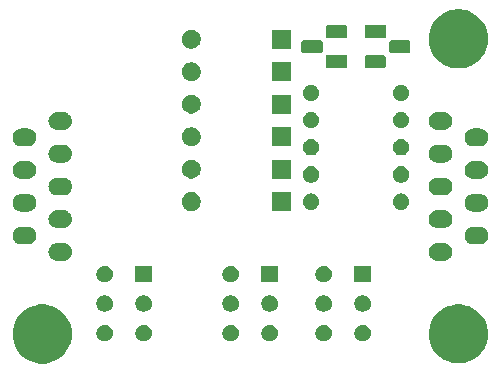
<source format=gts>
G04 #@! TF.GenerationSoftware,KiCad,Pcbnew,5.1.5-52549c5~86~ubuntu18.04.1*
G04 #@! TF.CreationDate,2020-05-03T19:03:43+02:00*
G04 #@! TF.ProjectId,OpenC64MegaDrivePadAdapter,4f70656e-4336-4344-9d65-676144726976,5*
G04 #@! TF.SameCoordinates,Original*
G04 #@! TF.FileFunction,Soldermask,Top*
G04 #@! TF.FilePolarity,Negative*
%FSLAX46Y46*%
G04 Gerber Fmt 4.6, Leading zero omitted, Abs format (unit mm)*
G04 Created by KiCad (PCBNEW 5.1.5-52549c5~86~ubuntu18.04.1) date 2020-05-03 19:03:43*
%MOMM*%
%LPD*%
G04 APERTURE LIST*
%ADD10C,0.100000*%
G04 APERTURE END LIST*
D10*
G36*
X144411849Y-113879419D02*
G01*
X144653407Y-113927468D01*
X144722728Y-113956182D01*
X145108491Y-114115970D01*
X145518058Y-114389634D01*
X145866366Y-114737942D01*
X146140030Y-115147509D01*
X146250452Y-115414091D01*
X146327936Y-115601153D01*
X146328532Y-115602594D01*
X146424630Y-116085708D01*
X146424630Y-116578292D01*
X146423579Y-116583574D01*
X146328819Y-117059966D01*
X146328532Y-117061406D01*
X146140030Y-117516491D01*
X145866366Y-117926058D01*
X145518058Y-118274366D01*
X145108491Y-118548030D01*
X144841909Y-118658452D01*
X144653407Y-118736532D01*
X144411849Y-118784581D01*
X144170292Y-118832630D01*
X143677708Y-118832630D01*
X143436151Y-118784581D01*
X143194593Y-118736532D01*
X143006091Y-118658452D01*
X142739509Y-118548030D01*
X142329942Y-118274366D01*
X141981634Y-117926058D01*
X141707970Y-117516491D01*
X141519468Y-117061406D01*
X141519182Y-117059966D01*
X141424421Y-116583574D01*
X141423370Y-116578292D01*
X141423370Y-116085708D01*
X141519468Y-115602594D01*
X141520065Y-115601153D01*
X141597548Y-115414091D01*
X141707970Y-115147509D01*
X141981634Y-114737942D01*
X142329942Y-114389634D01*
X142739509Y-114115970D01*
X143125272Y-113956182D01*
X143194593Y-113927468D01*
X143436151Y-113879419D01*
X143677708Y-113831370D01*
X144170292Y-113831370D01*
X144411849Y-113879419D01*
G37*
G36*
X179641849Y-113877979D02*
G01*
X179883407Y-113926028D01*
X180071909Y-114004108D01*
X180338491Y-114114530D01*
X180748058Y-114388194D01*
X181096366Y-114736502D01*
X181370030Y-115146069D01*
X181370626Y-115147509D01*
X181558532Y-115601153D01*
X181579840Y-115708274D01*
X181654630Y-116084268D01*
X181654630Y-116576852D01*
X181653293Y-116583573D01*
X181558532Y-117059967D01*
X181480452Y-117248469D01*
X181370030Y-117515051D01*
X181096366Y-117924618D01*
X180748058Y-118272926D01*
X180338491Y-118546590D01*
X180071909Y-118657012D01*
X179883407Y-118735092D01*
X179641849Y-118783141D01*
X179400292Y-118831190D01*
X178907708Y-118831190D01*
X178666151Y-118783141D01*
X178424593Y-118735092D01*
X178236091Y-118657012D01*
X177969509Y-118546590D01*
X177559942Y-118272926D01*
X177211634Y-117924618D01*
X176937970Y-117515051D01*
X176827548Y-117248469D01*
X176749468Y-117059967D01*
X176654707Y-116583573D01*
X176653370Y-116576852D01*
X176653370Y-116084268D01*
X176728160Y-115708274D01*
X176749468Y-115601153D01*
X176937374Y-115147509D01*
X176937970Y-115146069D01*
X177211634Y-114736502D01*
X177559942Y-114388194D01*
X177969509Y-114114530D01*
X178236091Y-114004108D01*
X178424593Y-113926028D01*
X178666151Y-113877979D01*
X178907708Y-113829930D01*
X179400292Y-113829930D01*
X179641849Y-113877979D01*
G37*
G36*
X171246182Y-115578900D02*
G01*
X171373573Y-115631667D01*
X171373574Y-115631668D01*
X171488224Y-115708274D01*
X171585726Y-115805776D01*
X171585727Y-115805778D01*
X171662333Y-115920427D01*
X171715100Y-116047818D01*
X171742000Y-116183055D01*
X171742000Y-116320945D01*
X171715100Y-116456182D01*
X171662333Y-116583573D01*
X171662332Y-116583574D01*
X171585726Y-116698224D01*
X171488224Y-116795726D01*
X171430510Y-116834289D01*
X171373573Y-116872333D01*
X171246182Y-116925100D01*
X171110945Y-116952000D01*
X170973055Y-116952000D01*
X170837818Y-116925100D01*
X170710427Y-116872333D01*
X170653490Y-116834289D01*
X170595776Y-116795726D01*
X170498274Y-116698224D01*
X170421668Y-116583574D01*
X170421667Y-116583573D01*
X170368900Y-116456182D01*
X170342000Y-116320945D01*
X170342000Y-116183055D01*
X170368900Y-116047818D01*
X170421667Y-115920427D01*
X170498273Y-115805778D01*
X170498274Y-115805776D01*
X170595776Y-115708274D01*
X170710426Y-115631668D01*
X170710427Y-115631667D01*
X170837818Y-115578900D01*
X170973055Y-115552000D01*
X171110945Y-115552000D01*
X171246182Y-115578900D01*
G37*
G36*
X167946182Y-115578900D02*
G01*
X168073573Y-115631667D01*
X168073574Y-115631668D01*
X168188224Y-115708274D01*
X168285726Y-115805776D01*
X168285727Y-115805778D01*
X168362333Y-115920427D01*
X168415100Y-116047818D01*
X168442000Y-116183055D01*
X168442000Y-116320945D01*
X168415100Y-116456182D01*
X168362333Y-116583573D01*
X168362332Y-116583574D01*
X168285726Y-116698224D01*
X168188224Y-116795726D01*
X168130510Y-116834289D01*
X168073573Y-116872333D01*
X167946182Y-116925100D01*
X167810945Y-116952000D01*
X167673055Y-116952000D01*
X167537818Y-116925100D01*
X167410427Y-116872333D01*
X167353490Y-116834289D01*
X167295776Y-116795726D01*
X167198274Y-116698224D01*
X167121668Y-116583574D01*
X167121667Y-116583573D01*
X167068900Y-116456182D01*
X167042000Y-116320945D01*
X167042000Y-116183055D01*
X167068900Y-116047818D01*
X167121667Y-115920427D01*
X167198273Y-115805778D01*
X167198274Y-115805776D01*
X167295776Y-115708274D01*
X167410426Y-115631668D01*
X167410427Y-115631667D01*
X167537818Y-115578900D01*
X167673055Y-115552000D01*
X167810945Y-115552000D01*
X167946182Y-115578900D01*
G37*
G36*
X149404182Y-115578900D02*
G01*
X149531573Y-115631667D01*
X149531574Y-115631668D01*
X149646224Y-115708274D01*
X149743726Y-115805776D01*
X149743727Y-115805778D01*
X149820333Y-115920427D01*
X149873100Y-116047818D01*
X149900000Y-116183055D01*
X149900000Y-116320945D01*
X149873100Y-116456182D01*
X149820333Y-116583573D01*
X149820332Y-116583574D01*
X149743726Y-116698224D01*
X149646224Y-116795726D01*
X149588510Y-116834289D01*
X149531573Y-116872333D01*
X149404182Y-116925100D01*
X149268945Y-116952000D01*
X149131055Y-116952000D01*
X148995818Y-116925100D01*
X148868427Y-116872333D01*
X148811490Y-116834289D01*
X148753776Y-116795726D01*
X148656274Y-116698224D01*
X148579668Y-116583574D01*
X148579667Y-116583573D01*
X148526900Y-116456182D01*
X148500000Y-116320945D01*
X148500000Y-116183055D01*
X148526900Y-116047818D01*
X148579667Y-115920427D01*
X148656273Y-115805778D01*
X148656274Y-115805776D01*
X148753776Y-115708274D01*
X148868426Y-115631668D01*
X148868427Y-115631667D01*
X148995818Y-115578900D01*
X149131055Y-115552000D01*
X149268945Y-115552000D01*
X149404182Y-115578900D01*
G37*
G36*
X152704182Y-115578900D02*
G01*
X152831573Y-115631667D01*
X152831574Y-115631668D01*
X152946224Y-115708274D01*
X153043726Y-115805776D01*
X153043727Y-115805778D01*
X153120333Y-115920427D01*
X153173100Y-116047818D01*
X153200000Y-116183055D01*
X153200000Y-116320945D01*
X153173100Y-116456182D01*
X153120333Y-116583573D01*
X153120332Y-116583574D01*
X153043726Y-116698224D01*
X152946224Y-116795726D01*
X152888510Y-116834289D01*
X152831573Y-116872333D01*
X152704182Y-116925100D01*
X152568945Y-116952000D01*
X152431055Y-116952000D01*
X152295818Y-116925100D01*
X152168427Y-116872333D01*
X152111490Y-116834289D01*
X152053776Y-116795726D01*
X151956274Y-116698224D01*
X151879668Y-116583574D01*
X151879667Y-116583573D01*
X151826900Y-116456182D01*
X151800000Y-116320945D01*
X151800000Y-116183055D01*
X151826900Y-116047818D01*
X151879667Y-115920427D01*
X151956273Y-115805778D01*
X151956274Y-115805776D01*
X152053776Y-115708274D01*
X152168426Y-115631668D01*
X152168427Y-115631667D01*
X152295818Y-115578900D01*
X152431055Y-115552000D01*
X152568945Y-115552000D01*
X152704182Y-115578900D01*
G37*
G36*
X163372182Y-115578900D02*
G01*
X163499573Y-115631667D01*
X163499574Y-115631668D01*
X163614224Y-115708274D01*
X163711726Y-115805776D01*
X163711727Y-115805778D01*
X163788333Y-115920427D01*
X163841100Y-116047818D01*
X163868000Y-116183055D01*
X163868000Y-116320945D01*
X163841100Y-116456182D01*
X163788333Y-116583573D01*
X163788332Y-116583574D01*
X163711726Y-116698224D01*
X163614224Y-116795726D01*
X163556510Y-116834289D01*
X163499573Y-116872333D01*
X163372182Y-116925100D01*
X163236945Y-116952000D01*
X163099055Y-116952000D01*
X162963818Y-116925100D01*
X162836427Y-116872333D01*
X162779490Y-116834289D01*
X162721776Y-116795726D01*
X162624274Y-116698224D01*
X162547668Y-116583574D01*
X162547667Y-116583573D01*
X162494900Y-116456182D01*
X162468000Y-116320945D01*
X162468000Y-116183055D01*
X162494900Y-116047818D01*
X162547667Y-115920427D01*
X162624273Y-115805778D01*
X162624274Y-115805776D01*
X162721776Y-115708274D01*
X162836426Y-115631668D01*
X162836427Y-115631667D01*
X162963818Y-115578900D01*
X163099055Y-115552000D01*
X163236945Y-115552000D01*
X163372182Y-115578900D01*
G37*
G36*
X160072182Y-115578900D02*
G01*
X160199573Y-115631667D01*
X160199574Y-115631668D01*
X160314224Y-115708274D01*
X160411726Y-115805776D01*
X160411727Y-115805778D01*
X160488333Y-115920427D01*
X160541100Y-116047818D01*
X160568000Y-116183055D01*
X160568000Y-116320945D01*
X160541100Y-116456182D01*
X160488333Y-116583573D01*
X160488332Y-116583574D01*
X160411726Y-116698224D01*
X160314224Y-116795726D01*
X160256510Y-116834289D01*
X160199573Y-116872333D01*
X160072182Y-116925100D01*
X159936945Y-116952000D01*
X159799055Y-116952000D01*
X159663818Y-116925100D01*
X159536427Y-116872333D01*
X159479490Y-116834289D01*
X159421776Y-116795726D01*
X159324274Y-116698224D01*
X159247668Y-116583574D01*
X159247667Y-116583573D01*
X159194900Y-116456182D01*
X159168000Y-116320945D01*
X159168000Y-116183055D01*
X159194900Y-116047818D01*
X159247667Y-115920427D01*
X159324273Y-115805778D01*
X159324274Y-115805776D01*
X159421776Y-115708274D01*
X159536426Y-115631668D01*
X159536427Y-115631667D01*
X159663818Y-115578900D01*
X159799055Y-115552000D01*
X159936945Y-115552000D01*
X160072182Y-115578900D01*
G37*
G36*
X149404182Y-113078900D02*
G01*
X149531573Y-113131667D01*
X149531574Y-113131668D01*
X149646224Y-113208274D01*
X149743726Y-113305776D01*
X149743727Y-113305778D01*
X149820333Y-113420427D01*
X149873100Y-113547818D01*
X149900000Y-113683055D01*
X149900000Y-113820945D01*
X149873100Y-113956182D01*
X149820333Y-114083573D01*
X149798686Y-114115970D01*
X149743726Y-114198224D01*
X149646224Y-114295726D01*
X149588510Y-114334289D01*
X149531573Y-114372333D01*
X149404182Y-114425100D01*
X149268945Y-114452000D01*
X149131055Y-114452000D01*
X148995818Y-114425100D01*
X148868427Y-114372333D01*
X148811490Y-114334289D01*
X148753776Y-114295726D01*
X148656274Y-114198224D01*
X148601314Y-114115970D01*
X148579667Y-114083573D01*
X148526900Y-113956182D01*
X148500000Y-113820945D01*
X148500000Y-113683055D01*
X148526900Y-113547818D01*
X148579667Y-113420427D01*
X148656273Y-113305778D01*
X148656274Y-113305776D01*
X148753776Y-113208274D01*
X148868426Y-113131668D01*
X148868427Y-113131667D01*
X148995818Y-113078900D01*
X149131055Y-113052000D01*
X149268945Y-113052000D01*
X149404182Y-113078900D01*
G37*
G36*
X163372182Y-113078900D02*
G01*
X163499573Y-113131667D01*
X163499574Y-113131668D01*
X163614224Y-113208274D01*
X163711726Y-113305776D01*
X163711727Y-113305778D01*
X163788333Y-113420427D01*
X163841100Y-113547818D01*
X163868000Y-113683055D01*
X163868000Y-113820945D01*
X163841100Y-113956182D01*
X163788333Y-114083573D01*
X163766686Y-114115970D01*
X163711726Y-114198224D01*
X163614224Y-114295726D01*
X163556510Y-114334289D01*
X163499573Y-114372333D01*
X163372182Y-114425100D01*
X163236945Y-114452000D01*
X163099055Y-114452000D01*
X162963818Y-114425100D01*
X162836427Y-114372333D01*
X162779490Y-114334289D01*
X162721776Y-114295726D01*
X162624274Y-114198224D01*
X162569314Y-114115970D01*
X162547667Y-114083573D01*
X162494900Y-113956182D01*
X162468000Y-113820945D01*
X162468000Y-113683055D01*
X162494900Y-113547818D01*
X162547667Y-113420427D01*
X162624273Y-113305778D01*
X162624274Y-113305776D01*
X162721776Y-113208274D01*
X162836426Y-113131668D01*
X162836427Y-113131667D01*
X162963818Y-113078900D01*
X163099055Y-113052000D01*
X163236945Y-113052000D01*
X163372182Y-113078900D01*
G37*
G36*
X171246182Y-113078900D02*
G01*
X171373573Y-113131667D01*
X171373574Y-113131668D01*
X171488224Y-113208274D01*
X171585726Y-113305776D01*
X171585727Y-113305778D01*
X171662333Y-113420427D01*
X171715100Y-113547818D01*
X171742000Y-113683055D01*
X171742000Y-113820945D01*
X171715100Y-113956182D01*
X171662333Y-114083573D01*
X171640686Y-114115970D01*
X171585726Y-114198224D01*
X171488224Y-114295726D01*
X171430510Y-114334289D01*
X171373573Y-114372333D01*
X171246182Y-114425100D01*
X171110945Y-114452000D01*
X170973055Y-114452000D01*
X170837818Y-114425100D01*
X170710427Y-114372333D01*
X170653490Y-114334289D01*
X170595776Y-114295726D01*
X170498274Y-114198224D01*
X170443314Y-114115970D01*
X170421667Y-114083573D01*
X170368900Y-113956182D01*
X170342000Y-113820945D01*
X170342000Y-113683055D01*
X170368900Y-113547818D01*
X170421667Y-113420427D01*
X170498273Y-113305778D01*
X170498274Y-113305776D01*
X170595776Y-113208274D01*
X170710426Y-113131668D01*
X170710427Y-113131667D01*
X170837818Y-113078900D01*
X170973055Y-113052000D01*
X171110945Y-113052000D01*
X171246182Y-113078900D01*
G37*
G36*
X167946182Y-113078900D02*
G01*
X168073573Y-113131667D01*
X168073574Y-113131668D01*
X168188224Y-113208274D01*
X168285726Y-113305776D01*
X168285727Y-113305778D01*
X168362333Y-113420427D01*
X168415100Y-113547818D01*
X168442000Y-113683055D01*
X168442000Y-113820945D01*
X168415100Y-113956182D01*
X168362333Y-114083573D01*
X168340686Y-114115970D01*
X168285726Y-114198224D01*
X168188224Y-114295726D01*
X168130510Y-114334289D01*
X168073573Y-114372333D01*
X167946182Y-114425100D01*
X167810945Y-114452000D01*
X167673055Y-114452000D01*
X167537818Y-114425100D01*
X167410427Y-114372333D01*
X167353490Y-114334289D01*
X167295776Y-114295726D01*
X167198274Y-114198224D01*
X167143314Y-114115970D01*
X167121667Y-114083573D01*
X167068900Y-113956182D01*
X167042000Y-113820945D01*
X167042000Y-113683055D01*
X167068900Y-113547818D01*
X167121667Y-113420427D01*
X167198273Y-113305778D01*
X167198274Y-113305776D01*
X167295776Y-113208274D01*
X167410426Y-113131668D01*
X167410427Y-113131667D01*
X167537818Y-113078900D01*
X167673055Y-113052000D01*
X167810945Y-113052000D01*
X167946182Y-113078900D01*
G37*
G36*
X160072182Y-113078900D02*
G01*
X160199573Y-113131667D01*
X160199574Y-113131668D01*
X160314224Y-113208274D01*
X160411726Y-113305776D01*
X160411727Y-113305778D01*
X160488333Y-113420427D01*
X160541100Y-113547818D01*
X160568000Y-113683055D01*
X160568000Y-113820945D01*
X160541100Y-113956182D01*
X160488333Y-114083573D01*
X160466686Y-114115970D01*
X160411726Y-114198224D01*
X160314224Y-114295726D01*
X160256510Y-114334289D01*
X160199573Y-114372333D01*
X160072182Y-114425100D01*
X159936945Y-114452000D01*
X159799055Y-114452000D01*
X159663818Y-114425100D01*
X159536427Y-114372333D01*
X159479490Y-114334289D01*
X159421776Y-114295726D01*
X159324274Y-114198224D01*
X159269314Y-114115970D01*
X159247667Y-114083573D01*
X159194900Y-113956182D01*
X159168000Y-113820945D01*
X159168000Y-113683055D01*
X159194900Y-113547818D01*
X159247667Y-113420427D01*
X159324273Y-113305778D01*
X159324274Y-113305776D01*
X159421776Y-113208274D01*
X159536426Y-113131668D01*
X159536427Y-113131667D01*
X159663818Y-113078900D01*
X159799055Y-113052000D01*
X159936945Y-113052000D01*
X160072182Y-113078900D01*
G37*
G36*
X152704182Y-113078900D02*
G01*
X152831573Y-113131667D01*
X152831574Y-113131668D01*
X152946224Y-113208274D01*
X153043726Y-113305776D01*
X153043727Y-113305778D01*
X153120333Y-113420427D01*
X153173100Y-113547818D01*
X153200000Y-113683055D01*
X153200000Y-113820945D01*
X153173100Y-113956182D01*
X153120333Y-114083573D01*
X153098686Y-114115970D01*
X153043726Y-114198224D01*
X152946224Y-114295726D01*
X152888510Y-114334289D01*
X152831573Y-114372333D01*
X152704182Y-114425100D01*
X152568945Y-114452000D01*
X152431055Y-114452000D01*
X152295818Y-114425100D01*
X152168427Y-114372333D01*
X152111490Y-114334289D01*
X152053776Y-114295726D01*
X151956274Y-114198224D01*
X151901314Y-114115970D01*
X151879667Y-114083573D01*
X151826900Y-113956182D01*
X151800000Y-113820945D01*
X151800000Y-113683055D01*
X151826900Y-113547818D01*
X151879667Y-113420427D01*
X151956273Y-113305778D01*
X151956274Y-113305776D01*
X152053776Y-113208274D01*
X152168426Y-113131668D01*
X152168427Y-113131667D01*
X152295818Y-113078900D01*
X152431055Y-113052000D01*
X152568945Y-113052000D01*
X152704182Y-113078900D01*
G37*
G36*
X160072182Y-110578900D02*
G01*
X160199573Y-110631667D01*
X160199574Y-110631668D01*
X160314224Y-110708274D01*
X160411726Y-110805776D01*
X160411727Y-110805778D01*
X160488333Y-110920427D01*
X160541100Y-111047818D01*
X160568000Y-111183055D01*
X160568000Y-111320945D01*
X160541100Y-111456182D01*
X160488333Y-111583573D01*
X160488332Y-111583574D01*
X160411726Y-111698224D01*
X160314224Y-111795726D01*
X160256510Y-111834289D01*
X160199573Y-111872333D01*
X160072182Y-111925100D01*
X159936945Y-111952000D01*
X159799055Y-111952000D01*
X159663818Y-111925100D01*
X159536427Y-111872333D01*
X159479490Y-111834289D01*
X159421776Y-111795726D01*
X159324274Y-111698224D01*
X159247668Y-111583574D01*
X159247667Y-111583573D01*
X159194900Y-111456182D01*
X159168000Y-111320945D01*
X159168000Y-111183055D01*
X159194900Y-111047818D01*
X159247667Y-110920427D01*
X159324273Y-110805778D01*
X159324274Y-110805776D01*
X159421776Y-110708274D01*
X159536426Y-110631668D01*
X159536427Y-110631667D01*
X159663818Y-110578900D01*
X159799055Y-110552000D01*
X159936945Y-110552000D01*
X160072182Y-110578900D01*
G37*
G36*
X163868000Y-111952000D02*
G01*
X162468000Y-111952000D01*
X162468000Y-110552000D01*
X163868000Y-110552000D01*
X163868000Y-111952000D01*
G37*
G36*
X167946182Y-110578900D02*
G01*
X168073573Y-110631667D01*
X168073574Y-110631668D01*
X168188224Y-110708274D01*
X168285726Y-110805776D01*
X168285727Y-110805778D01*
X168362333Y-110920427D01*
X168415100Y-111047818D01*
X168442000Y-111183055D01*
X168442000Y-111320945D01*
X168415100Y-111456182D01*
X168362333Y-111583573D01*
X168362332Y-111583574D01*
X168285726Y-111698224D01*
X168188224Y-111795726D01*
X168130510Y-111834289D01*
X168073573Y-111872333D01*
X167946182Y-111925100D01*
X167810945Y-111952000D01*
X167673055Y-111952000D01*
X167537818Y-111925100D01*
X167410427Y-111872333D01*
X167353490Y-111834289D01*
X167295776Y-111795726D01*
X167198274Y-111698224D01*
X167121668Y-111583574D01*
X167121667Y-111583573D01*
X167068900Y-111456182D01*
X167042000Y-111320945D01*
X167042000Y-111183055D01*
X167068900Y-111047818D01*
X167121667Y-110920427D01*
X167198273Y-110805778D01*
X167198274Y-110805776D01*
X167295776Y-110708274D01*
X167410426Y-110631668D01*
X167410427Y-110631667D01*
X167537818Y-110578900D01*
X167673055Y-110552000D01*
X167810945Y-110552000D01*
X167946182Y-110578900D01*
G37*
G36*
X149404182Y-110578900D02*
G01*
X149531573Y-110631667D01*
X149531574Y-110631668D01*
X149646224Y-110708274D01*
X149743726Y-110805776D01*
X149743727Y-110805778D01*
X149820333Y-110920427D01*
X149873100Y-111047818D01*
X149900000Y-111183055D01*
X149900000Y-111320945D01*
X149873100Y-111456182D01*
X149820333Y-111583573D01*
X149820332Y-111583574D01*
X149743726Y-111698224D01*
X149646224Y-111795726D01*
X149588510Y-111834289D01*
X149531573Y-111872333D01*
X149404182Y-111925100D01*
X149268945Y-111952000D01*
X149131055Y-111952000D01*
X148995818Y-111925100D01*
X148868427Y-111872333D01*
X148811490Y-111834289D01*
X148753776Y-111795726D01*
X148656274Y-111698224D01*
X148579668Y-111583574D01*
X148579667Y-111583573D01*
X148526900Y-111456182D01*
X148500000Y-111320945D01*
X148500000Y-111183055D01*
X148526900Y-111047818D01*
X148579667Y-110920427D01*
X148656273Y-110805778D01*
X148656274Y-110805776D01*
X148753776Y-110708274D01*
X148868426Y-110631668D01*
X148868427Y-110631667D01*
X148995818Y-110578900D01*
X149131055Y-110552000D01*
X149268945Y-110552000D01*
X149404182Y-110578900D01*
G37*
G36*
X153200000Y-111952000D02*
G01*
X151800000Y-111952000D01*
X151800000Y-110552000D01*
X153200000Y-110552000D01*
X153200000Y-111952000D01*
G37*
G36*
X171742000Y-111952000D02*
G01*
X170342000Y-111952000D01*
X170342000Y-110552000D01*
X171742000Y-110552000D01*
X171742000Y-111952000D01*
G37*
G36*
X145838975Y-108637770D02*
G01*
X145980463Y-108680690D01*
X146075425Y-108731449D01*
X146110852Y-108750385D01*
X146225141Y-108844179D01*
X146318935Y-108958468D01*
X146318936Y-108958470D01*
X146388630Y-109088857D01*
X146431550Y-109230345D01*
X146446041Y-109377480D01*
X146431550Y-109524615D01*
X146388630Y-109666103D01*
X146326089Y-109783109D01*
X146318935Y-109796492D01*
X146225141Y-109910781D01*
X146110852Y-110004575D01*
X146110850Y-110004576D01*
X145980463Y-110074270D01*
X145838975Y-110117190D01*
X145728709Y-110128050D01*
X145157131Y-110128050D01*
X145046865Y-110117190D01*
X144905377Y-110074270D01*
X144774990Y-110004576D01*
X144774988Y-110004575D01*
X144660699Y-109910781D01*
X144566905Y-109796492D01*
X144559751Y-109783109D01*
X144497210Y-109666103D01*
X144454290Y-109524615D01*
X144439799Y-109377480D01*
X144454290Y-109230345D01*
X144497210Y-109088857D01*
X144566904Y-108958470D01*
X144566905Y-108958468D01*
X144660699Y-108844179D01*
X144774988Y-108750385D01*
X144810415Y-108731449D01*
X144905377Y-108680690D01*
X145046865Y-108637770D01*
X145157131Y-108626910D01*
X145728709Y-108626910D01*
X145838975Y-108637770D01*
G37*
G36*
X178031135Y-108636330D02*
G01*
X178172623Y-108679250D01*
X178272975Y-108732890D01*
X178303012Y-108748945D01*
X178417301Y-108842739D01*
X178511095Y-108957028D01*
X178511096Y-108957030D01*
X178580790Y-109087417D01*
X178623710Y-109228905D01*
X178638201Y-109376040D01*
X178623710Y-109523175D01*
X178580790Y-109664663D01*
X178580020Y-109666103D01*
X178511095Y-109795052D01*
X178417301Y-109909341D01*
X178303012Y-110003135D01*
X178303010Y-110003136D01*
X178172623Y-110072830D01*
X178031135Y-110115750D01*
X177920869Y-110126610D01*
X177349291Y-110126610D01*
X177239025Y-110115750D01*
X177097537Y-110072830D01*
X176967150Y-110003136D01*
X176967148Y-110003135D01*
X176852859Y-109909341D01*
X176759065Y-109795052D01*
X176690140Y-109666103D01*
X176689370Y-109664663D01*
X176646450Y-109523175D01*
X176631959Y-109376040D01*
X176646450Y-109228905D01*
X176689370Y-109087417D01*
X176759064Y-108957030D01*
X176759065Y-108957028D01*
X176852859Y-108842739D01*
X176967148Y-108748945D01*
X176997185Y-108732890D01*
X177097537Y-108679250D01*
X177239025Y-108636330D01*
X177349291Y-108625470D01*
X177920869Y-108625470D01*
X178031135Y-108636330D01*
G37*
G36*
X142801135Y-107253470D02*
G01*
X142942623Y-107296390D01*
X143037585Y-107347149D01*
X143073012Y-107366085D01*
X143187301Y-107459879D01*
X143281095Y-107574168D01*
X143281096Y-107574170D01*
X143350790Y-107704557D01*
X143393710Y-107846045D01*
X143408201Y-107993180D01*
X143393710Y-108140315D01*
X143350790Y-108281803D01*
X143288249Y-108398809D01*
X143281095Y-108412192D01*
X143187301Y-108526481D01*
X143073012Y-108620275D01*
X143073010Y-108620276D01*
X142942623Y-108689970D01*
X142801135Y-108732890D01*
X142690869Y-108743750D01*
X142119291Y-108743750D01*
X142009025Y-108732890D01*
X141867537Y-108689970D01*
X141737150Y-108620276D01*
X141737148Y-108620275D01*
X141622859Y-108526481D01*
X141529065Y-108412192D01*
X141521911Y-108398809D01*
X141459370Y-108281803D01*
X141416450Y-108140315D01*
X141401959Y-107993180D01*
X141416450Y-107846045D01*
X141459370Y-107704557D01*
X141529064Y-107574170D01*
X141529065Y-107574168D01*
X141622859Y-107459879D01*
X141737148Y-107366085D01*
X141772575Y-107347149D01*
X141867537Y-107296390D01*
X142009025Y-107253470D01*
X142119291Y-107242610D01*
X142690869Y-107242610D01*
X142801135Y-107253470D01*
G37*
G36*
X181068975Y-107252030D02*
G01*
X181210463Y-107294950D01*
X181310815Y-107348590D01*
X181340852Y-107364645D01*
X181455141Y-107458439D01*
X181548935Y-107572728D01*
X181548936Y-107572730D01*
X181618630Y-107703117D01*
X181661550Y-107844605D01*
X181676041Y-107991740D01*
X181661550Y-108138875D01*
X181618630Y-108280363D01*
X181617860Y-108281803D01*
X181548935Y-108410752D01*
X181455141Y-108525041D01*
X181340852Y-108618835D01*
X181340850Y-108618836D01*
X181210463Y-108688530D01*
X181068975Y-108731450D01*
X180958709Y-108742310D01*
X180387131Y-108742310D01*
X180276865Y-108731450D01*
X180135377Y-108688530D01*
X180004990Y-108618836D01*
X180004988Y-108618835D01*
X179890699Y-108525041D01*
X179796905Y-108410752D01*
X179727980Y-108281803D01*
X179727210Y-108280363D01*
X179684290Y-108138875D01*
X179669799Y-107991740D01*
X179684290Y-107844605D01*
X179727210Y-107703117D01*
X179796904Y-107572730D01*
X179796905Y-107572728D01*
X179890699Y-107458439D01*
X180004988Y-107364645D01*
X180035025Y-107348590D01*
X180135377Y-107294950D01*
X180276865Y-107252030D01*
X180387131Y-107241170D01*
X180958709Y-107241170D01*
X181068975Y-107252030D01*
G37*
G36*
X145838975Y-105869170D02*
G01*
X145980463Y-105912090D01*
X146073369Y-105961750D01*
X146110852Y-105981785D01*
X146225141Y-106075579D01*
X146318935Y-106189868D01*
X146318936Y-106189870D01*
X146388630Y-106320257D01*
X146431550Y-106461745D01*
X146446041Y-106608880D01*
X146431550Y-106756015D01*
X146388630Y-106897503D01*
X146326089Y-107014509D01*
X146318935Y-107027892D01*
X146225141Y-107142181D01*
X146110852Y-107235975D01*
X146110850Y-107235976D01*
X145980463Y-107305670D01*
X145838975Y-107348590D01*
X145728709Y-107359450D01*
X145157131Y-107359450D01*
X145046865Y-107348590D01*
X144905377Y-107305670D01*
X144774990Y-107235976D01*
X144774988Y-107235975D01*
X144660699Y-107142181D01*
X144566905Y-107027892D01*
X144559751Y-107014509D01*
X144497210Y-106897503D01*
X144454290Y-106756015D01*
X144439799Y-106608880D01*
X144454290Y-106461745D01*
X144497210Y-106320257D01*
X144566904Y-106189870D01*
X144566905Y-106189868D01*
X144660699Y-106075579D01*
X144774988Y-105981785D01*
X144812471Y-105961750D01*
X144905377Y-105912090D01*
X145046865Y-105869170D01*
X145157131Y-105858310D01*
X145728709Y-105858310D01*
X145838975Y-105869170D01*
G37*
G36*
X178031135Y-105867730D02*
G01*
X178172623Y-105910650D01*
X178268223Y-105961750D01*
X178303012Y-105980345D01*
X178417301Y-106074139D01*
X178511095Y-106188428D01*
X178511096Y-106188430D01*
X178580790Y-106318817D01*
X178623710Y-106460305D01*
X178638201Y-106607440D01*
X178623710Y-106754575D01*
X178580790Y-106896063D01*
X178580020Y-106897503D01*
X178511095Y-107026452D01*
X178417301Y-107140741D01*
X178303012Y-107234535D01*
X178303010Y-107234536D01*
X178172623Y-107304230D01*
X178031135Y-107347150D01*
X177920869Y-107358010D01*
X177349291Y-107358010D01*
X177239025Y-107347150D01*
X177097537Y-107304230D01*
X176967150Y-107234536D01*
X176967148Y-107234535D01*
X176852859Y-107140741D01*
X176759065Y-107026452D01*
X176690140Y-106897503D01*
X176689370Y-106896063D01*
X176646450Y-106754575D01*
X176631959Y-106607440D01*
X176646450Y-106460305D01*
X176689370Y-106318817D01*
X176759064Y-106188430D01*
X176759065Y-106188428D01*
X176852859Y-106074139D01*
X176967148Y-105980345D01*
X177001937Y-105961750D01*
X177097537Y-105910650D01*
X177239025Y-105867730D01*
X177349291Y-105856870D01*
X177920869Y-105856870D01*
X178031135Y-105867730D01*
G37*
G36*
X142801135Y-104482330D02*
G01*
X142942623Y-104525250D01*
X143037331Y-104575873D01*
X143073012Y-104594945D01*
X143187301Y-104688739D01*
X143281095Y-104803028D01*
X143281096Y-104803030D01*
X143350790Y-104933417D01*
X143393710Y-105074905D01*
X143408201Y-105222040D01*
X143393710Y-105369175D01*
X143350790Y-105510663D01*
X143288249Y-105627669D01*
X143281095Y-105641052D01*
X143187301Y-105755341D01*
X143073012Y-105849135D01*
X143073010Y-105849136D01*
X142942623Y-105918830D01*
X142801135Y-105961750D01*
X142690869Y-105972610D01*
X142119291Y-105972610D01*
X142009025Y-105961750D01*
X141867537Y-105918830D01*
X141737150Y-105849136D01*
X141737148Y-105849135D01*
X141622859Y-105755341D01*
X141529065Y-105641052D01*
X141521911Y-105627669D01*
X141459370Y-105510663D01*
X141416450Y-105369175D01*
X141401959Y-105222040D01*
X141416450Y-105074905D01*
X141459370Y-104933417D01*
X141529064Y-104803030D01*
X141529065Y-104803028D01*
X141622859Y-104688739D01*
X141737148Y-104594945D01*
X141772829Y-104575873D01*
X141867537Y-104525250D01*
X142009025Y-104482330D01*
X142119291Y-104471470D01*
X142690869Y-104471470D01*
X142801135Y-104482330D01*
G37*
G36*
X181068975Y-104480890D02*
G01*
X181210463Y-104523810D01*
X181310815Y-104577450D01*
X181340852Y-104593505D01*
X181455141Y-104687299D01*
X181548935Y-104801588D01*
X181548936Y-104801590D01*
X181618630Y-104931977D01*
X181661550Y-105073465D01*
X181676041Y-105220600D01*
X181661550Y-105367735D01*
X181618630Y-105509223D01*
X181617860Y-105510663D01*
X181548935Y-105639612D01*
X181455141Y-105753901D01*
X181340852Y-105847695D01*
X181340850Y-105847696D01*
X181210463Y-105917390D01*
X181068975Y-105960310D01*
X180958709Y-105971170D01*
X180387131Y-105971170D01*
X180276865Y-105960310D01*
X180135377Y-105917390D01*
X180004990Y-105847696D01*
X180004988Y-105847695D01*
X179890699Y-105753901D01*
X179796905Y-105639612D01*
X179727980Y-105510663D01*
X179727210Y-105509223D01*
X179684290Y-105367735D01*
X179669799Y-105220600D01*
X179684290Y-105073465D01*
X179727210Y-104931977D01*
X179796904Y-104801590D01*
X179796905Y-104801588D01*
X179890699Y-104687299D01*
X180004988Y-104593505D01*
X180035025Y-104577450D01*
X180135377Y-104523810D01*
X180276865Y-104480890D01*
X180387131Y-104470030D01*
X180958709Y-104470030D01*
X181068975Y-104480890D01*
G37*
G36*
X164947200Y-105919600D02*
G01*
X163347200Y-105919600D01*
X163347200Y-104319600D01*
X164947200Y-104319600D01*
X164947200Y-105919600D01*
G37*
G36*
X156760551Y-104350343D02*
G01*
X156906141Y-104410648D01*
X157037170Y-104498199D01*
X157148601Y-104609630D01*
X157236152Y-104740659D01*
X157296457Y-104886249D01*
X157327200Y-105040806D01*
X157327200Y-105198394D01*
X157296457Y-105352951D01*
X157236152Y-105498541D01*
X157148601Y-105629570D01*
X157037170Y-105741001D01*
X156906141Y-105828552D01*
X156760551Y-105888857D01*
X156605994Y-105919600D01*
X156448406Y-105919600D01*
X156293849Y-105888857D01*
X156148259Y-105828552D01*
X156017230Y-105741001D01*
X155905799Y-105629570D01*
X155818248Y-105498541D01*
X155757943Y-105352951D01*
X155727200Y-105198394D01*
X155727200Y-105040806D01*
X155757943Y-104886249D01*
X155818248Y-104740659D01*
X155905799Y-104609630D01*
X156017230Y-104498199D01*
X156148259Y-104410648D01*
X156293849Y-104350343D01*
X156448406Y-104319600D01*
X156605994Y-104319600D01*
X156760551Y-104350343D01*
G37*
G36*
X166878182Y-104446500D02*
G01*
X167005573Y-104499267D01*
X167005574Y-104499268D01*
X167120224Y-104575874D01*
X167217726Y-104673376D01*
X167217727Y-104673378D01*
X167294333Y-104788027D01*
X167347100Y-104915418D01*
X167374000Y-105050655D01*
X167374000Y-105188545D01*
X167347100Y-105323782D01*
X167294333Y-105451173D01*
X167294332Y-105451174D01*
X167217726Y-105565824D01*
X167120224Y-105663326D01*
X167062510Y-105701889D01*
X167005573Y-105739933D01*
X166878182Y-105792700D01*
X166742945Y-105819600D01*
X166605055Y-105819600D01*
X166469818Y-105792700D01*
X166342427Y-105739933D01*
X166285490Y-105701889D01*
X166227776Y-105663326D01*
X166130274Y-105565824D01*
X166053668Y-105451174D01*
X166053667Y-105451173D01*
X166000900Y-105323782D01*
X165974000Y-105188545D01*
X165974000Y-105050655D01*
X166000900Y-104915418D01*
X166053667Y-104788027D01*
X166130273Y-104673378D01*
X166130274Y-104673376D01*
X166227776Y-104575874D01*
X166342426Y-104499268D01*
X166342427Y-104499267D01*
X166469818Y-104446500D01*
X166605055Y-104419600D01*
X166742945Y-104419600D01*
X166878182Y-104446500D01*
G37*
G36*
X174498182Y-104446500D02*
G01*
X174625573Y-104499267D01*
X174625574Y-104499268D01*
X174740224Y-104575874D01*
X174837726Y-104673376D01*
X174837727Y-104673378D01*
X174914333Y-104788027D01*
X174967100Y-104915418D01*
X174994000Y-105050655D01*
X174994000Y-105188545D01*
X174967100Y-105323782D01*
X174914333Y-105451173D01*
X174914332Y-105451174D01*
X174837726Y-105565824D01*
X174740224Y-105663326D01*
X174682510Y-105701889D01*
X174625573Y-105739933D01*
X174498182Y-105792700D01*
X174362945Y-105819600D01*
X174225055Y-105819600D01*
X174089818Y-105792700D01*
X173962427Y-105739933D01*
X173905490Y-105701889D01*
X173847776Y-105663326D01*
X173750274Y-105565824D01*
X173673668Y-105451174D01*
X173673667Y-105451173D01*
X173620900Y-105323782D01*
X173594000Y-105188545D01*
X173594000Y-105050655D01*
X173620900Y-104915418D01*
X173673667Y-104788027D01*
X173750273Y-104673378D01*
X173750274Y-104673376D01*
X173847776Y-104575874D01*
X173962426Y-104499268D01*
X173962427Y-104499267D01*
X174089818Y-104446500D01*
X174225055Y-104419600D01*
X174362945Y-104419600D01*
X174498182Y-104446500D01*
G37*
G36*
X145838975Y-103098030D02*
G01*
X145954123Y-103132960D01*
X145973564Y-103138857D01*
X145980463Y-103140950D01*
X146075425Y-103191709D01*
X146110852Y-103210645D01*
X146225141Y-103304439D01*
X146318935Y-103418728D01*
X146318936Y-103418730D01*
X146388630Y-103549117D01*
X146431550Y-103690605D01*
X146446041Y-103837740D01*
X146431550Y-103984875D01*
X146388630Y-104126363D01*
X146326089Y-104243369D01*
X146318935Y-104256752D01*
X146225141Y-104371041D01*
X146110852Y-104464835D01*
X146110850Y-104464836D01*
X145980463Y-104534530D01*
X145838975Y-104577450D01*
X145728709Y-104588310D01*
X145157131Y-104588310D01*
X145046865Y-104577450D01*
X144905377Y-104534530D01*
X144774990Y-104464836D01*
X144774988Y-104464835D01*
X144660699Y-104371041D01*
X144566905Y-104256752D01*
X144559751Y-104243369D01*
X144497210Y-104126363D01*
X144454290Y-103984875D01*
X144439799Y-103837740D01*
X144454290Y-103690605D01*
X144497210Y-103549117D01*
X144566904Y-103418730D01*
X144566905Y-103418728D01*
X144660699Y-103304439D01*
X144774988Y-103210645D01*
X144810415Y-103191709D01*
X144905377Y-103140950D01*
X144912277Y-103138857D01*
X144931717Y-103132960D01*
X145046865Y-103098030D01*
X145157131Y-103087170D01*
X145728709Y-103087170D01*
X145838975Y-103098030D01*
G37*
G36*
X178031135Y-103096590D02*
G01*
X178146283Y-103131520D01*
X178170471Y-103138857D01*
X178172623Y-103139510D01*
X178272975Y-103193150D01*
X178303012Y-103209205D01*
X178417301Y-103302999D01*
X178511095Y-103417288D01*
X178511096Y-103417290D01*
X178580790Y-103547677D01*
X178623710Y-103689165D01*
X178638201Y-103836300D01*
X178623710Y-103983435D01*
X178580790Y-104124923D01*
X178580020Y-104126363D01*
X178511095Y-104255312D01*
X178417301Y-104369601D01*
X178303012Y-104463395D01*
X178303010Y-104463396D01*
X178172623Y-104533090D01*
X178031135Y-104576010D01*
X177920869Y-104586870D01*
X177349291Y-104586870D01*
X177239025Y-104576010D01*
X177097537Y-104533090D01*
X176967150Y-104463396D01*
X176967148Y-104463395D01*
X176852859Y-104369601D01*
X176759065Y-104255312D01*
X176690140Y-104126363D01*
X176689370Y-104124923D01*
X176646450Y-103983435D01*
X176631959Y-103836300D01*
X176646450Y-103689165D01*
X176689370Y-103547677D01*
X176759064Y-103417290D01*
X176759065Y-103417288D01*
X176852859Y-103302999D01*
X176967148Y-103209205D01*
X176997185Y-103193150D01*
X177097537Y-103139510D01*
X177099690Y-103138857D01*
X177123877Y-103131520D01*
X177239025Y-103096590D01*
X177349291Y-103085730D01*
X177920869Y-103085730D01*
X178031135Y-103096590D01*
G37*
G36*
X166878182Y-102146500D02*
G01*
X167005573Y-102199267D01*
X167005574Y-102199268D01*
X167120224Y-102275874D01*
X167217726Y-102373376D01*
X167217727Y-102373378D01*
X167294333Y-102488027D01*
X167347100Y-102615418D01*
X167374000Y-102750655D01*
X167374000Y-102888545D01*
X167347100Y-103023782D01*
X167294333Y-103151173D01*
X167266285Y-103193150D01*
X167217726Y-103265824D01*
X167120224Y-103363326D01*
X167062510Y-103401889D01*
X167005573Y-103439933D01*
X166878182Y-103492700D01*
X166742945Y-103519600D01*
X166605055Y-103519600D01*
X166469818Y-103492700D01*
X166342427Y-103439933D01*
X166285490Y-103401889D01*
X166227776Y-103363326D01*
X166130274Y-103265824D01*
X166081715Y-103193150D01*
X166053667Y-103151173D01*
X166000900Y-103023782D01*
X165974000Y-102888545D01*
X165974000Y-102750655D01*
X166000900Y-102615418D01*
X166053667Y-102488027D01*
X166130273Y-102373378D01*
X166130274Y-102373376D01*
X166227776Y-102275874D01*
X166342426Y-102199268D01*
X166342427Y-102199267D01*
X166469818Y-102146500D01*
X166605055Y-102119600D01*
X166742945Y-102119600D01*
X166878182Y-102146500D01*
G37*
G36*
X174498182Y-102146500D02*
G01*
X174625573Y-102199267D01*
X174625574Y-102199268D01*
X174740224Y-102275874D01*
X174837726Y-102373376D01*
X174837727Y-102373378D01*
X174914333Y-102488027D01*
X174967100Y-102615418D01*
X174994000Y-102750655D01*
X174994000Y-102888545D01*
X174967100Y-103023782D01*
X174914333Y-103151173D01*
X174886285Y-103193150D01*
X174837726Y-103265824D01*
X174740224Y-103363326D01*
X174682510Y-103401889D01*
X174625573Y-103439933D01*
X174498182Y-103492700D01*
X174362945Y-103519600D01*
X174225055Y-103519600D01*
X174089818Y-103492700D01*
X173962427Y-103439933D01*
X173905490Y-103401889D01*
X173847776Y-103363326D01*
X173750274Y-103265824D01*
X173701715Y-103193150D01*
X173673667Y-103151173D01*
X173620900Y-103023782D01*
X173594000Y-102888545D01*
X173594000Y-102750655D01*
X173620900Y-102615418D01*
X173673667Y-102488027D01*
X173750273Y-102373378D01*
X173750274Y-102373376D01*
X173847776Y-102275874D01*
X173962426Y-102199268D01*
X173962427Y-102199267D01*
X174089818Y-102146500D01*
X174225055Y-102119600D01*
X174362945Y-102119600D01*
X174498182Y-102146500D01*
G37*
G36*
X142801135Y-101713730D02*
G01*
X142942623Y-101756650D01*
X143035529Y-101806310D01*
X143073012Y-101826345D01*
X143187301Y-101920139D01*
X143281095Y-102034428D01*
X143281096Y-102034430D01*
X143350790Y-102164817D01*
X143393710Y-102306305D01*
X143408201Y-102453440D01*
X143393710Y-102600575D01*
X143350790Y-102742063D01*
X143288249Y-102859069D01*
X143281095Y-102872452D01*
X143187301Y-102986741D01*
X143073012Y-103080535D01*
X143073010Y-103080536D01*
X142942623Y-103150230D01*
X142942620Y-103150231D01*
X142939511Y-103151174D01*
X142801135Y-103193150D01*
X142690869Y-103204010D01*
X142119291Y-103204010D01*
X142009025Y-103193150D01*
X141870649Y-103151174D01*
X141867540Y-103150231D01*
X141867537Y-103150230D01*
X141737150Y-103080536D01*
X141737148Y-103080535D01*
X141622859Y-102986741D01*
X141529065Y-102872452D01*
X141521911Y-102859069D01*
X141459370Y-102742063D01*
X141416450Y-102600575D01*
X141401959Y-102453440D01*
X141416450Y-102306305D01*
X141459370Y-102164817D01*
X141529064Y-102034430D01*
X141529065Y-102034428D01*
X141622859Y-101920139D01*
X141737148Y-101826345D01*
X141774631Y-101806310D01*
X141867537Y-101756650D01*
X142009025Y-101713730D01*
X142119291Y-101702870D01*
X142690869Y-101702870D01*
X142801135Y-101713730D01*
G37*
G36*
X181068975Y-101712290D02*
G01*
X181210463Y-101755210D01*
X181306063Y-101806310D01*
X181340852Y-101824905D01*
X181455141Y-101918699D01*
X181548935Y-102032988D01*
X181548936Y-102032990D01*
X181618630Y-102163377D01*
X181661550Y-102304865D01*
X181676041Y-102452000D01*
X181661550Y-102599135D01*
X181618630Y-102740623D01*
X181613267Y-102750656D01*
X181548935Y-102871012D01*
X181455141Y-102985301D01*
X181340852Y-103079095D01*
X181340850Y-103079096D01*
X181210463Y-103148790D01*
X181210460Y-103148791D01*
X181202604Y-103151174D01*
X181068975Y-103191710D01*
X180958709Y-103202570D01*
X180387131Y-103202570D01*
X180276865Y-103191710D01*
X180143236Y-103151174D01*
X180135380Y-103148791D01*
X180135377Y-103148790D01*
X180004990Y-103079096D01*
X180004988Y-103079095D01*
X179890699Y-102985301D01*
X179796905Y-102871012D01*
X179732573Y-102750656D01*
X179727210Y-102740623D01*
X179684290Y-102599135D01*
X179669799Y-102452000D01*
X179684290Y-102304865D01*
X179727210Y-102163377D01*
X179796904Y-102032990D01*
X179796905Y-102032988D01*
X179890699Y-101918699D01*
X180004988Y-101824905D01*
X180039777Y-101806310D01*
X180135377Y-101755210D01*
X180276865Y-101712290D01*
X180387131Y-101701430D01*
X180958709Y-101701430D01*
X181068975Y-101712290D01*
G37*
G36*
X164959200Y-103169600D02*
G01*
X163359200Y-103169600D01*
X163359200Y-101569600D01*
X164959200Y-101569600D01*
X164959200Y-103169600D01*
G37*
G36*
X156772551Y-101600343D02*
G01*
X156918141Y-101660648D01*
X157049170Y-101748199D01*
X157160601Y-101859630D01*
X157248152Y-101990659D01*
X157308457Y-102136249D01*
X157339200Y-102290806D01*
X157339200Y-102448394D01*
X157308457Y-102602951D01*
X157248152Y-102748541D01*
X157160601Y-102879570D01*
X157049170Y-102991001D01*
X156918141Y-103078552D01*
X156772551Y-103138857D01*
X156617994Y-103169600D01*
X156460406Y-103169600D01*
X156305849Y-103138857D01*
X156160259Y-103078552D01*
X156029230Y-102991001D01*
X155917799Y-102879570D01*
X155830248Y-102748541D01*
X155769943Y-102602951D01*
X155739200Y-102448394D01*
X155739200Y-102290806D01*
X155769943Y-102136249D01*
X155830248Y-101990659D01*
X155917799Y-101859630D01*
X156029230Y-101748199D01*
X156160259Y-101660648D01*
X156305849Y-101600343D01*
X156460406Y-101569600D01*
X156617994Y-101569600D01*
X156772551Y-101600343D01*
G37*
G36*
X145838975Y-100326890D02*
G01*
X145980463Y-100369810D01*
X146075425Y-100420569D01*
X146110852Y-100439505D01*
X146225141Y-100533299D01*
X146318935Y-100647588D01*
X146318936Y-100647590D01*
X146388630Y-100777977D01*
X146431550Y-100919465D01*
X146446041Y-101066600D01*
X146431550Y-101213735D01*
X146388630Y-101355223D01*
X146326089Y-101472229D01*
X146318935Y-101485612D01*
X146225141Y-101599901D01*
X146110852Y-101693695D01*
X146110850Y-101693696D01*
X145980463Y-101763390D01*
X145838975Y-101806310D01*
X145728709Y-101817170D01*
X145157131Y-101817170D01*
X145046865Y-101806310D01*
X144905377Y-101763390D01*
X144774990Y-101693696D01*
X144774988Y-101693695D01*
X144660699Y-101599901D01*
X144566905Y-101485612D01*
X144559751Y-101472229D01*
X144497210Y-101355223D01*
X144454290Y-101213735D01*
X144439799Y-101066600D01*
X144454290Y-100919465D01*
X144497210Y-100777977D01*
X144566904Y-100647590D01*
X144566905Y-100647588D01*
X144660699Y-100533299D01*
X144774988Y-100439505D01*
X144810415Y-100420569D01*
X144905377Y-100369810D01*
X145046865Y-100326890D01*
X145157131Y-100316030D01*
X145728709Y-100316030D01*
X145838975Y-100326890D01*
G37*
G36*
X178031135Y-100325450D02*
G01*
X178172623Y-100368370D01*
X178272975Y-100422010D01*
X178303012Y-100438065D01*
X178417301Y-100531859D01*
X178511095Y-100646148D01*
X178511096Y-100646150D01*
X178580790Y-100776537D01*
X178623710Y-100918025D01*
X178638201Y-101065160D01*
X178623710Y-101212295D01*
X178580790Y-101353783D01*
X178580020Y-101355223D01*
X178511095Y-101484172D01*
X178417301Y-101598461D01*
X178303012Y-101692255D01*
X178303010Y-101692256D01*
X178172623Y-101761950D01*
X178031135Y-101804870D01*
X177920869Y-101815730D01*
X177349291Y-101815730D01*
X177239025Y-101804870D01*
X177097537Y-101761950D01*
X176967150Y-101692256D01*
X176967148Y-101692255D01*
X176852859Y-101598461D01*
X176759065Y-101484172D01*
X176690140Y-101355223D01*
X176689370Y-101353783D01*
X176646450Y-101212295D01*
X176631959Y-101065160D01*
X176646450Y-100918025D01*
X176689370Y-100776537D01*
X176759064Y-100646150D01*
X176759065Y-100646148D01*
X176852859Y-100531859D01*
X176967148Y-100438065D01*
X176997185Y-100422010D01*
X177097537Y-100368370D01*
X177239025Y-100325450D01*
X177349291Y-100314590D01*
X177920869Y-100314590D01*
X178031135Y-100325450D01*
G37*
G36*
X166878182Y-99846500D02*
G01*
X167005573Y-99899267D01*
X167005574Y-99899268D01*
X167120224Y-99975874D01*
X167217726Y-100073376D01*
X167235430Y-100099872D01*
X167294333Y-100188027D01*
X167347100Y-100315418D01*
X167374000Y-100450655D01*
X167374000Y-100588545D01*
X167347100Y-100723782D01*
X167294333Y-100851173D01*
X167294332Y-100851174D01*
X167217726Y-100965824D01*
X167120224Y-101063326D01*
X167117479Y-101065160D01*
X167005573Y-101139933D01*
X166878182Y-101192700D01*
X166742945Y-101219600D01*
X166605055Y-101219600D01*
X166469818Y-101192700D01*
X166342427Y-101139933D01*
X166230521Y-101065160D01*
X166227776Y-101063326D01*
X166130274Y-100965824D01*
X166053668Y-100851174D01*
X166053667Y-100851173D01*
X166000900Y-100723782D01*
X165974000Y-100588545D01*
X165974000Y-100450655D01*
X166000900Y-100315418D01*
X166053667Y-100188027D01*
X166112570Y-100099872D01*
X166130274Y-100073376D01*
X166227776Y-99975874D01*
X166342426Y-99899268D01*
X166342427Y-99899267D01*
X166469818Y-99846500D01*
X166605055Y-99819600D01*
X166742945Y-99819600D01*
X166878182Y-99846500D01*
G37*
G36*
X174498182Y-99846500D02*
G01*
X174625573Y-99899267D01*
X174625574Y-99899268D01*
X174740224Y-99975874D01*
X174837726Y-100073376D01*
X174855430Y-100099872D01*
X174914333Y-100188027D01*
X174967100Y-100315418D01*
X174994000Y-100450655D01*
X174994000Y-100588545D01*
X174967100Y-100723782D01*
X174914333Y-100851173D01*
X174914332Y-100851174D01*
X174837726Y-100965824D01*
X174740224Y-101063326D01*
X174737479Y-101065160D01*
X174625573Y-101139933D01*
X174498182Y-101192700D01*
X174362945Y-101219600D01*
X174225055Y-101219600D01*
X174089818Y-101192700D01*
X173962427Y-101139933D01*
X173850521Y-101065160D01*
X173847776Y-101063326D01*
X173750274Y-100965824D01*
X173673668Y-100851174D01*
X173673667Y-100851173D01*
X173620900Y-100723782D01*
X173594000Y-100588545D01*
X173594000Y-100450655D01*
X173620900Y-100315418D01*
X173673667Y-100188027D01*
X173732570Y-100099872D01*
X173750274Y-100073376D01*
X173847776Y-99975874D01*
X173962426Y-99899268D01*
X173962427Y-99899267D01*
X174089818Y-99846500D01*
X174225055Y-99819600D01*
X174362945Y-99819600D01*
X174498182Y-99846500D01*
G37*
G36*
X142801135Y-98942590D02*
G01*
X142942623Y-98985510D01*
X143037585Y-99036269D01*
X143073012Y-99055205D01*
X143187301Y-99148999D01*
X143281095Y-99263288D01*
X143281096Y-99263290D01*
X143350790Y-99393677D01*
X143393710Y-99535165D01*
X143408201Y-99682300D01*
X143393710Y-99829435D01*
X143350790Y-99970923D01*
X143336027Y-99998542D01*
X143281095Y-100101312D01*
X143187301Y-100215601D01*
X143073012Y-100309395D01*
X143073010Y-100309396D01*
X142942623Y-100379090D01*
X142801135Y-100422010D01*
X142690869Y-100432870D01*
X142119291Y-100432870D01*
X142009025Y-100422010D01*
X141867537Y-100379090D01*
X141737150Y-100309396D01*
X141737148Y-100309395D01*
X141622859Y-100215601D01*
X141529065Y-100101312D01*
X141474133Y-99998542D01*
X141459370Y-99970923D01*
X141416450Y-99829435D01*
X141401959Y-99682300D01*
X141416450Y-99535165D01*
X141459370Y-99393677D01*
X141529064Y-99263290D01*
X141529065Y-99263288D01*
X141622859Y-99148999D01*
X141737148Y-99055205D01*
X141772575Y-99036269D01*
X141867537Y-98985510D01*
X142009025Y-98942590D01*
X142119291Y-98931730D01*
X142690869Y-98931730D01*
X142801135Y-98942590D01*
G37*
G36*
X181068975Y-98941150D02*
G01*
X181210463Y-98984070D01*
X181310815Y-99037710D01*
X181340852Y-99053765D01*
X181455141Y-99147559D01*
X181548935Y-99261848D01*
X181548936Y-99261850D01*
X181618630Y-99392237D01*
X181661550Y-99533725D01*
X181676041Y-99680860D01*
X181661550Y-99827995D01*
X181618630Y-99969483D01*
X181603098Y-99998541D01*
X181548935Y-100099872D01*
X181455141Y-100214161D01*
X181340852Y-100307955D01*
X181340850Y-100307956D01*
X181210463Y-100377650D01*
X181068975Y-100420570D01*
X180958709Y-100431430D01*
X180387131Y-100431430D01*
X180276865Y-100420570D01*
X180135377Y-100377650D01*
X180004990Y-100307956D01*
X180004988Y-100307955D01*
X179890699Y-100214161D01*
X179796905Y-100099872D01*
X179742742Y-99998541D01*
X179727210Y-99969483D01*
X179684290Y-99827995D01*
X179669799Y-99680860D01*
X179684290Y-99533725D01*
X179727210Y-99392237D01*
X179796904Y-99261850D01*
X179796905Y-99261848D01*
X179890699Y-99147559D01*
X180004988Y-99053765D01*
X180035025Y-99037710D01*
X180135377Y-98984070D01*
X180276865Y-98941150D01*
X180387131Y-98930290D01*
X180958709Y-98930290D01*
X181068975Y-98941150D01*
G37*
G36*
X164959200Y-100419600D02*
G01*
X163359200Y-100419600D01*
X163359200Y-98819600D01*
X164959200Y-98819600D01*
X164959200Y-100419600D01*
G37*
G36*
X156772551Y-98850343D02*
G01*
X156918141Y-98910648D01*
X157049170Y-98998199D01*
X157160601Y-99109630D01*
X157248152Y-99240659D01*
X157308457Y-99386249D01*
X157339200Y-99540806D01*
X157339200Y-99698394D01*
X157308457Y-99852951D01*
X157248152Y-99998541D01*
X157160601Y-100129570D01*
X157049170Y-100241001D01*
X156918141Y-100328552D01*
X156772551Y-100388857D01*
X156617994Y-100419600D01*
X156460406Y-100419600D01*
X156305849Y-100388857D01*
X156160259Y-100328552D01*
X156029230Y-100241001D01*
X155917799Y-100129570D01*
X155830248Y-99998541D01*
X155769943Y-99852951D01*
X155739200Y-99698394D01*
X155739200Y-99540806D01*
X155769943Y-99386249D01*
X155830248Y-99240659D01*
X155917799Y-99109630D01*
X156029230Y-98998199D01*
X156160259Y-98910648D01*
X156305849Y-98850343D01*
X156460406Y-98819600D01*
X156617994Y-98819600D01*
X156772551Y-98850343D01*
G37*
G36*
X145838975Y-97558290D02*
G01*
X145980463Y-97601210D01*
X146097469Y-97663751D01*
X146110852Y-97670905D01*
X146225141Y-97764699D01*
X146318935Y-97878988D01*
X146318936Y-97878990D01*
X146388630Y-98009377D01*
X146431550Y-98150865D01*
X146446041Y-98298000D01*
X146431550Y-98445135D01*
X146388630Y-98586623D01*
X146346297Y-98665822D01*
X146318935Y-98717012D01*
X146225141Y-98831301D01*
X146110852Y-98925095D01*
X146110850Y-98925096D01*
X145980463Y-98994790D01*
X145838975Y-99037710D01*
X145728709Y-99048570D01*
X145157131Y-99048570D01*
X145046865Y-99037710D01*
X144905377Y-98994790D01*
X144774990Y-98925096D01*
X144774988Y-98925095D01*
X144660699Y-98831301D01*
X144566905Y-98717012D01*
X144539543Y-98665822D01*
X144497210Y-98586623D01*
X144454290Y-98445135D01*
X144439799Y-98298000D01*
X144454290Y-98150865D01*
X144497210Y-98009377D01*
X144566904Y-97878990D01*
X144566905Y-97878988D01*
X144660699Y-97764699D01*
X144774988Y-97670905D01*
X144788371Y-97663751D01*
X144905377Y-97601210D01*
X145046865Y-97558290D01*
X145157131Y-97547430D01*
X145728709Y-97547430D01*
X145838975Y-97558290D01*
G37*
G36*
X178031135Y-97556850D02*
G01*
X178172623Y-97599770D01*
X178289629Y-97662311D01*
X178303012Y-97669465D01*
X178417301Y-97763259D01*
X178511095Y-97877548D01*
X178511096Y-97877550D01*
X178580790Y-98007937D01*
X178623710Y-98149425D01*
X178638201Y-98296560D01*
X178623710Y-98443695D01*
X178580790Y-98585183D01*
X178580020Y-98586623D01*
X178511095Y-98715572D01*
X178417301Y-98829861D01*
X178303012Y-98923655D01*
X178303010Y-98923656D01*
X178172623Y-98993350D01*
X178031135Y-99036270D01*
X177920869Y-99047130D01*
X177349291Y-99047130D01*
X177239025Y-99036270D01*
X177097537Y-98993350D01*
X176967150Y-98923656D01*
X176967148Y-98923655D01*
X176852859Y-98829861D01*
X176759065Y-98715572D01*
X176690140Y-98586623D01*
X176689370Y-98585183D01*
X176646450Y-98443695D01*
X176631959Y-98296560D01*
X176646450Y-98149425D01*
X176689370Y-98007937D01*
X176759064Y-97877550D01*
X176759065Y-97877548D01*
X176852859Y-97763259D01*
X176967148Y-97669465D01*
X176980531Y-97662311D01*
X177097537Y-97599770D01*
X177239025Y-97556850D01*
X177349291Y-97545990D01*
X177920869Y-97545990D01*
X178031135Y-97556850D01*
G37*
G36*
X174498182Y-97546500D02*
G01*
X174625573Y-97599267D01*
X174682510Y-97637311D01*
X174740224Y-97675874D01*
X174837726Y-97773376D01*
X174837727Y-97773378D01*
X174914333Y-97888027D01*
X174967100Y-98015418D01*
X174994000Y-98150655D01*
X174994000Y-98288545D01*
X174967100Y-98423782D01*
X174914333Y-98551173D01*
X174914332Y-98551174D01*
X174837726Y-98665824D01*
X174740224Y-98763326D01*
X174682510Y-98801889D01*
X174625573Y-98839933D01*
X174498182Y-98892700D01*
X174362945Y-98919600D01*
X174225055Y-98919600D01*
X174089818Y-98892700D01*
X173962427Y-98839933D01*
X173905490Y-98801889D01*
X173847776Y-98763326D01*
X173750274Y-98665824D01*
X173673668Y-98551174D01*
X173673667Y-98551173D01*
X173620900Y-98423782D01*
X173594000Y-98288545D01*
X173594000Y-98150655D01*
X173620900Y-98015418D01*
X173673667Y-97888027D01*
X173750273Y-97773378D01*
X173750274Y-97773376D01*
X173847776Y-97675874D01*
X173905490Y-97637311D01*
X173962427Y-97599267D01*
X174089818Y-97546500D01*
X174225055Y-97519600D01*
X174362945Y-97519600D01*
X174498182Y-97546500D01*
G37*
G36*
X166878182Y-97546500D02*
G01*
X167005573Y-97599267D01*
X167062510Y-97637311D01*
X167120224Y-97675874D01*
X167217726Y-97773376D01*
X167217727Y-97773378D01*
X167294333Y-97888027D01*
X167347100Y-98015418D01*
X167374000Y-98150655D01*
X167374000Y-98288545D01*
X167347100Y-98423782D01*
X167294333Y-98551173D01*
X167294332Y-98551174D01*
X167217726Y-98665824D01*
X167120224Y-98763326D01*
X167062510Y-98801889D01*
X167005573Y-98839933D01*
X166878182Y-98892700D01*
X166742945Y-98919600D01*
X166605055Y-98919600D01*
X166469818Y-98892700D01*
X166342427Y-98839933D01*
X166285490Y-98801889D01*
X166227776Y-98763326D01*
X166130274Y-98665824D01*
X166053668Y-98551174D01*
X166053667Y-98551173D01*
X166000900Y-98423782D01*
X165974000Y-98288545D01*
X165974000Y-98150655D01*
X166000900Y-98015418D01*
X166053667Y-97888027D01*
X166130273Y-97773378D01*
X166130274Y-97773376D01*
X166227776Y-97675874D01*
X166285490Y-97637311D01*
X166342427Y-97599267D01*
X166469818Y-97546500D01*
X166605055Y-97519600D01*
X166742945Y-97519600D01*
X166878182Y-97546500D01*
G37*
G36*
X164959200Y-97669600D02*
G01*
X163359200Y-97669600D01*
X163359200Y-96069600D01*
X164959200Y-96069600D01*
X164959200Y-97669600D01*
G37*
G36*
X156772551Y-96100343D02*
G01*
X156918141Y-96160648D01*
X157049170Y-96248199D01*
X157160601Y-96359630D01*
X157248152Y-96490659D01*
X157308457Y-96636249D01*
X157339200Y-96790806D01*
X157339200Y-96948394D01*
X157308457Y-97102951D01*
X157248152Y-97248541D01*
X157160601Y-97379570D01*
X157049170Y-97491001D01*
X156918141Y-97578552D01*
X156772551Y-97638857D01*
X156617994Y-97669600D01*
X156460406Y-97669600D01*
X156305849Y-97638857D01*
X156160259Y-97578552D01*
X156029230Y-97491001D01*
X155917799Y-97379570D01*
X155830248Y-97248541D01*
X155769943Y-97102951D01*
X155739200Y-96948394D01*
X155739200Y-96790806D01*
X155769943Y-96636249D01*
X155830248Y-96490659D01*
X155917799Y-96359630D01*
X156029230Y-96248199D01*
X156160259Y-96160648D01*
X156305849Y-96100343D01*
X156460406Y-96069600D01*
X156617994Y-96069600D01*
X156772551Y-96100343D01*
G37*
G36*
X174498182Y-95246500D02*
G01*
X174625573Y-95299267D01*
X174625574Y-95299268D01*
X174740224Y-95375874D01*
X174837726Y-95473376D01*
X174837727Y-95473378D01*
X174914333Y-95588027D01*
X174967100Y-95715418D01*
X174994000Y-95850655D01*
X174994000Y-95988545D01*
X174967100Y-96123782D01*
X174914333Y-96251173D01*
X174914332Y-96251174D01*
X174837726Y-96365824D01*
X174740224Y-96463326D01*
X174699318Y-96490658D01*
X174625573Y-96539933D01*
X174498182Y-96592700D01*
X174362945Y-96619600D01*
X174225055Y-96619600D01*
X174089818Y-96592700D01*
X173962427Y-96539933D01*
X173888682Y-96490658D01*
X173847776Y-96463326D01*
X173750274Y-96365824D01*
X173673668Y-96251174D01*
X173673667Y-96251173D01*
X173620900Y-96123782D01*
X173594000Y-95988545D01*
X173594000Y-95850655D01*
X173620900Y-95715418D01*
X173673667Y-95588027D01*
X173750273Y-95473378D01*
X173750274Y-95473376D01*
X173847776Y-95375874D01*
X173962426Y-95299268D01*
X173962427Y-95299267D01*
X174089818Y-95246500D01*
X174225055Y-95219600D01*
X174362945Y-95219600D01*
X174498182Y-95246500D01*
G37*
G36*
X166878182Y-95246500D02*
G01*
X167005573Y-95299267D01*
X167005574Y-95299268D01*
X167120224Y-95375874D01*
X167217726Y-95473376D01*
X167217727Y-95473378D01*
X167294333Y-95588027D01*
X167347100Y-95715418D01*
X167374000Y-95850655D01*
X167374000Y-95988545D01*
X167347100Y-96123782D01*
X167294333Y-96251173D01*
X167294332Y-96251174D01*
X167217726Y-96365824D01*
X167120224Y-96463326D01*
X167079318Y-96490658D01*
X167005573Y-96539933D01*
X166878182Y-96592700D01*
X166742945Y-96619600D01*
X166605055Y-96619600D01*
X166469818Y-96592700D01*
X166342427Y-96539933D01*
X166268682Y-96490658D01*
X166227776Y-96463326D01*
X166130274Y-96365824D01*
X166053668Y-96251174D01*
X166053667Y-96251173D01*
X166000900Y-96123782D01*
X165974000Y-95988545D01*
X165974000Y-95850655D01*
X166000900Y-95715418D01*
X166053667Y-95588027D01*
X166130273Y-95473378D01*
X166130274Y-95473376D01*
X166227776Y-95375874D01*
X166342426Y-95299268D01*
X166342427Y-95299267D01*
X166469818Y-95246500D01*
X166605055Y-95219600D01*
X166742945Y-95219600D01*
X166878182Y-95246500D01*
G37*
G36*
X156772551Y-93350343D02*
G01*
X156918141Y-93410648D01*
X157049170Y-93498199D01*
X157160601Y-93609630D01*
X157248152Y-93740659D01*
X157308457Y-93886249D01*
X157339200Y-94040806D01*
X157339200Y-94198394D01*
X157308457Y-94352951D01*
X157248152Y-94498541D01*
X157160601Y-94629570D01*
X157049170Y-94741001D01*
X156918141Y-94828552D01*
X156772551Y-94888857D01*
X156617994Y-94919600D01*
X156460406Y-94919600D01*
X156305849Y-94888857D01*
X156160259Y-94828552D01*
X156029230Y-94741001D01*
X155917799Y-94629570D01*
X155830248Y-94498541D01*
X155769943Y-94352951D01*
X155739200Y-94198394D01*
X155739200Y-94040806D01*
X155769943Y-93886249D01*
X155830248Y-93740659D01*
X155917799Y-93609630D01*
X156029230Y-93498199D01*
X156160259Y-93410648D01*
X156305849Y-93350343D01*
X156460406Y-93319600D01*
X156617994Y-93319600D01*
X156772551Y-93350343D01*
G37*
G36*
X164959200Y-94919600D02*
G01*
X163359200Y-94919600D01*
X163359200Y-93319600D01*
X164959200Y-93319600D01*
X164959200Y-94919600D01*
G37*
G36*
X179641849Y-88889459D02*
G01*
X179883407Y-88937508D01*
X180071909Y-89015588D01*
X180338491Y-89126010D01*
X180748058Y-89399674D01*
X181096366Y-89747982D01*
X181370030Y-90157549D01*
X181558532Y-90612634D01*
X181654630Y-91095748D01*
X181654630Y-91588332D01*
X181624738Y-91738609D01*
X181558532Y-92071447D01*
X181480452Y-92259949D01*
X181370030Y-92526531D01*
X181096366Y-92936098D01*
X180748058Y-93284406D01*
X180338491Y-93558070D01*
X180201124Y-93614969D01*
X179883407Y-93746572D01*
X179760891Y-93770942D01*
X179400292Y-93842670D01*
X178907708Y-93842670D01*
X178547109Y-93770942D01*
X178424593Y-93746572D01*
X178106876Y-93614969D01*
X177969509Y-93558070D01*
X177559942Y-93284406D01*
X177211634Y-92936098D01*
X176937970Y-92526531D01*
X176827548Y-92259949D01*
X176749468Y-92071447D01*
X176683262Y-91738609D01*
X176653370Y-91588332D01*
X176653370Y-91095748D01*
X176749468Y-90612634D01*
X176937970Y-90157549D01*
X177211634Y-89747982D01*
X177559942Y-89399674D01*
X177969509Y-89126010D01*
X178236091Y-89015588D01*
X178424593Y-88937508D01*
X178666151Y-88889459D01*
X178907708Y-88841410D01*
X179400292Y-88841410D01*
X179641849Y-88889459D01*
G37*
G36*
X172843247Y-92738285D02*
G01*
X172882995Y-92750343D01*
X172919629Y-92769924D01*
X172951740Y-92796276D01*
X172978092Y-92828387D01*
X172997673Y-92865021D01*
X173009731Y-92904769D01*
X173014407Y-92952249D01*
X173014407Y-93614969D01*
X173009731Y-93662449D01*
X172997673Y-93702197D01*
X172978092Y-93738831D01*
X172951740Y-93770942D01*
X172919629Y-93797294D01*
X172882995Y-93816875D01*
X172843247Y-93828933D01*
X172795767Y-93833609D01*
X171433047Y-93833609D01*
X171385567Y-93828933D01*
X171345819Y-93816875D01*
X171309185Y-93797294D01*
X171277074Y-93770942D01*
X171250722Y-93738831D01*
X171231141Y-93702197D01*
X171219083Y-93662449D01*
X171214407Y-93614969D01*
X171214407Y-92952249D01*
X171219083Y-92904769D01*
X171231141Y-92865021D01*
X171250722Y-92828387D01*
X171277074Y-92796276D01*
X171309185Y-92769924D01*
X171345819Y-92750343D01*
X171385567Y-92738285D01*
X171433047Y-92733609D01*
X172795767Y-92733609D01*
X172843247Y-92738285D01*
G37*
G36*
X169728696Y-93833609D02*
G01*
X167928696Y-93833609D01*
X167928696Y-92733609D01*
X169728696Y-92733609D01*
X169728696Y-93833609D01*
G37*
G36*
X174913247Y-91468285D02*
G01*
X174952995Y-91480343D01*
X174989629Y-91499924D01*
X175021740Y-91526276D01*
X175048092Y-91558387D01*
X175067673Y-91595021D01*
X175079731Y-91634769D01*
X175084407Y-91682249D01*
X175084407Y-92344969D01*
X175079731Y-92392449D01*
X175067673Y-92432197D01*
X175048092Y-92468831D01*
X175021740Y-92500942D01*
X174989629Y-92527294D01*
X174952995Y-92546875D01*
X174913247Y-92558933D01*
X174865767Y-92563609D01*
X173503047Y-92563609D01*
X173455567Y-92558933D01*
X173415819Y-92546875D01*
X173379185Y-92527294D01*
X173347074Y-92500942D01*
X173320722Y-92468831D01*
X173301141Y-92432197D01*
X173289083Y-92392449D01*
X173284407Y-92344969D01*
X173284407Y-91682249D01*
X173289083Y-91634769D01*
X173301141Y-91595021D01*
X173320722Y-91558387D01*
X173347074Y-91526276D01*
X173379185Y-91499924D01*
X173415819Y-91480343D01*
X173455567Y-91468285D01*
X173503047Y-91463609D01*
X174865767Y-91463609D01*
X174913247Y-91468285D01*
G37*
G36*
X167487536Y-91468285D02*
G01*
X167527284Y-91480343D01*
X167563918Y-91499924D01*
X167596029Y-91526276D01*
X167622381Y-91558387D01*
X167641962Y-91595021D01*
X167654020Y-91634769D01*
X167658696Y-91682249D01*
X167658696Y-92344969D01*
X167654020Y-92392449D01*
X167641962Y-92432197D01*
X167622381Y-92468831D01*
X167596029Y-92500942D01*
X167563918Y-92527294D01*
X167527284Y-92546875D01*
X167487536Y-92558933D01*
X167440056Y-92563609D01*
X166077336Y-92563609D01*
X166029856Y-92558933D01*
X165990108Y-92546875D01*
X165953474Y-92527294D01*
X165921363Y-92500942D01*
X165895011Y-92468831D01*
X165875430Y-92432197D01*
X165863372Y-92392449D01*
X165858696Y-92344969D01*
X165858696Y-91682249D01*
X165863372Y-91634769D01*
X165875430Y-91595021D01*
X165895011Y-91558387D01*
X165921363Y-91526276D01*
X165953474Y-91499924D01*
X165990108Y-91480343D01*
X166029856Y-91468285D01*
X166077336Y-91463609D01*
X167440056Y-91463609D01*
X167487536Y-91468285D01*
G37*
G36*
X164959200Y-92169600D02*
G01*
X163359200Y-92169600D01*
X163359200Y-90569600D01*
X164959200Y-90569600D01*
X164959200Y-92169600D01*
G37*
G36*
X156772551Y-90600343D02*
G01*
X156918141Y-90660648D01*
X157049170Y-90748199D01*
X157160601Y-90859630D01*
X157248152Y-90990659D01*
X157308457Y-91136249D01*
X157339200Y-91290806D01*
X157339200Y-91448394D01*
X157308457Y-91602951D01*
X157248152Y-91748541D01*
X157160601Y-91879570D01*
X157049170Y-91991001D01*
X156918141Y-92078552D01*
X156772551Y-92138857D01*
X156617994Y-92169600D01*
X156460406Y-92169600D01*
X156305849Y-92138857D01*
X156160259Y-92078552D01*
X156029230Y-91991001D01*
X155917799Y-91879570D01*
X155830248Y-91748541D01*
X155769943Y-91602951D01*
X155739200Y-91448394D01*
X155739200Y-91290806D01*
X155769943Y-91136249D01*
X155830248Y-90990659D01*
X155917799Y-90859630D01*
X156029230Y-90748199D01*
X156160259Y-90660648D01*
X156305849Y-90600343D01*
X156460406Y-90569600D01*
X156617994Y-90569600D01*
X156772551Y-90600343D01*
G37*
G36*
X173014407Y-91293609D02*
G01*
X171214407Y-91293609D01*
X171214407Y-90193609D01*
X173014407Y-90193609D01*
X173014407Y-91293609D01*
G37*
G36*
X169557536Y-90198285D02*
G01*
X169597284Y-90210343D01*
X169633918Y-90229924D01*
X169666029Y-90256276D01*
X169692381Y-90288387D01*
X169711962Y-90325021D01*
X169724020Y-90364769D01*
X169728696Y-90412249D01*
X169728696Y-91074969D01*
X169724020Y-91122449D01*
X169711962Y-91162197D01*
X169692381Y-91198831D01*
X169666029Y-91230942D01*
X169633918Y-91257294D01*
X169597284Y-91276875D01*
X169557536Y-91288933D01*
X169510056Y-91293609D01*
X168147336Y-91293609D01*
X168099856Y-91288933D01*
X168060108Y-91276875D01*
X168023474Y-91257294D01*
X167991363Y-91230942D01*
X167965011Y-91198831D01*
X167945430Y-91162197D01*
X167933372Y-91122449D01*
X167928696Y-91074969D01*
X167928696Y-90412249D01*
X167933372Y-90364769D01*
X167945430Y-90325021D01*
X167965011Y-90288387D01*
X167991363Y-90256276D01*
X168023474Y-90229924D01*
X168060108Y-90210343D01*
X168099856Y-90198285D01*
X168147336Y-90193609D01*
X169510056Y-90193609D01*
X169557536Y-90198285D01*
G37*
M02*

</source>
